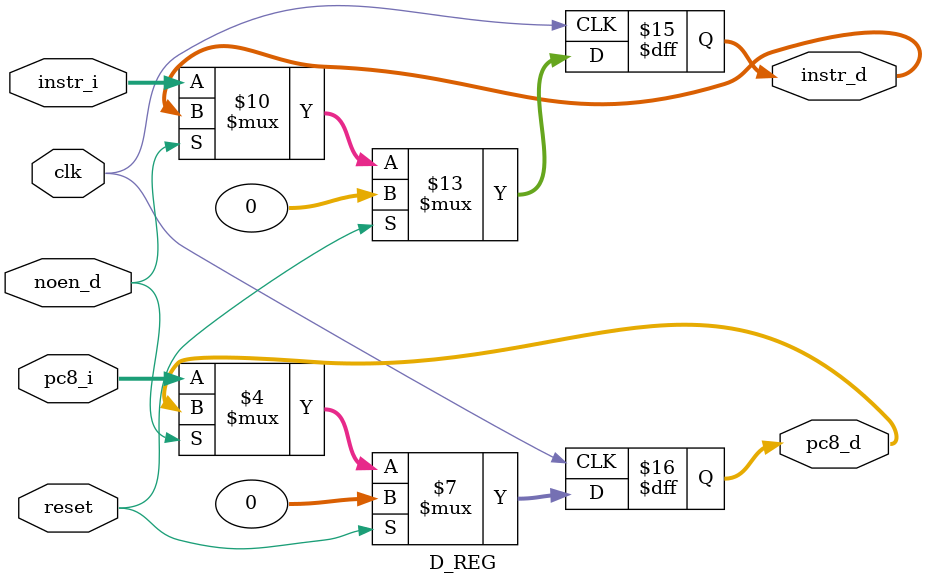
<source format=v>
`timescale 1ns / 1ps
module D_REG(clk,reset,noen_d,instr_i,pc8_i,instr_d,pc8_d);
   input clk,reset,noen_d;
   input [31:0] instr_i,pc8_i;
   output reg [31:0] instr_d,pc8_d;
   
	initial begin
	  instr_d<=0;
	  pc8_d<=0;
	end

    always@(posedge clk)begin
        if(reset)begin
            instr_d<=0;
            pc8_d<=0;
        end
        else if(noen_d)begin
            instr_d<=instr_d;
            pc8_d<=pc8_d;
        end
        else begin
            instr_d<=instr_i;
            pc8_d<=pc8_i;
        end
    end
	

endmodule

</source>
